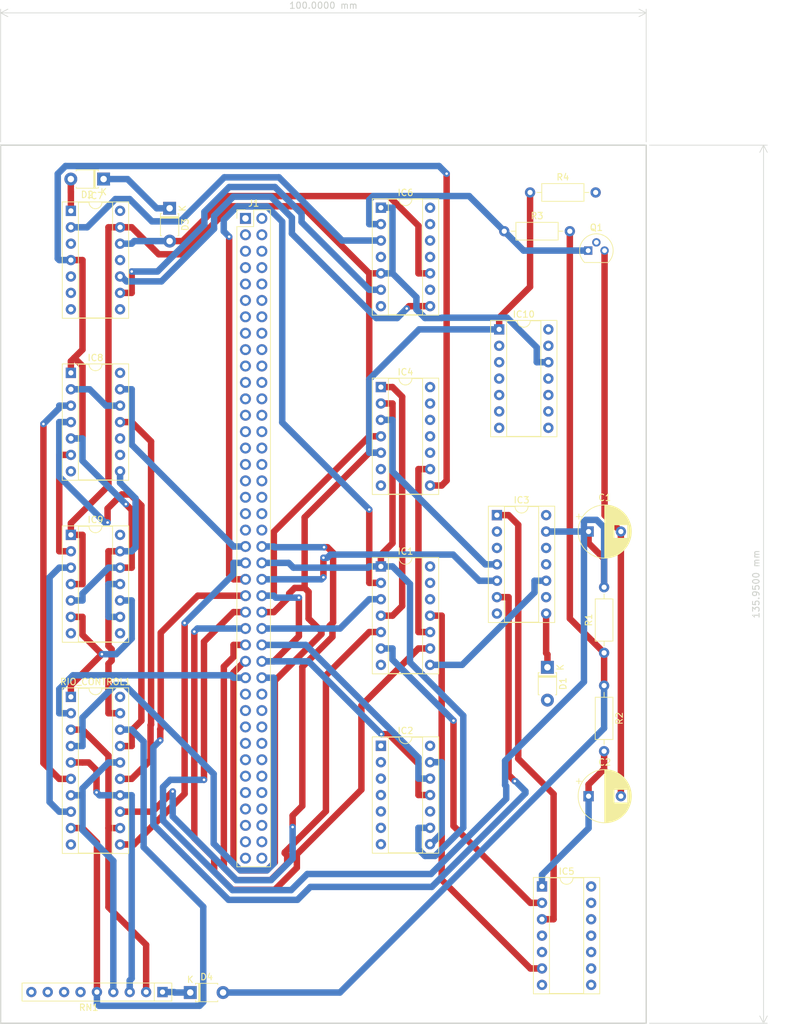
<source format=kicad_pcb>
(kicad_pcb (version 20221018) (generator pcbnew)
  (layers (0 "F.Cu" signal) (31 "B.Cu" signal) (34 "B.Paste" user) (35 "F.Paste" user) (36 "B.SilkS" user "B.Silkscreen") (37 "F.SilkS" user "F.Silkscreen") (38 "B.Mask" user) (39 "F.Mask" user) (44 "Edge.Cuts" user))
  (net 0 "")
  (net 1 "/ESP_WAIT_RESET")
  (net 2 "GND")
  (net 3 "Net-(IC5A-I0)")
  (net 4 "Net-(D1-K)")
  (net 5 "/Z80_CONTROL.WAIT")
  (net 6 "/Z80 BUS CONTROL/Z80_CONTROL.BUSRQ")
  (net 7 "/Z80 BUS CONTROL/Z80_ADD_CONNECT")
  (net 8 "/Z80 BUS CONTROL/Z80_DATA_CONNECT")
  (net 9 "Net-(D4-K)")
  (net 10 "+5V")
  (net 11 "/ESP_HARDLOCK")
  (net 12 "/!ESP_HARDLOCK")
  (net 13 "/Z80_HARDLOCK_SET")
  (net 14 "Net-(IC1B-O)")
  (net 15 "/Z80_HARDLOCK_RESET")
  (net 16 "Net-(IC1C-O)")
  (net 17 "Net-(IC1D-O)")
  (net 18 "/WAIT_IO")
  (net 19 "Net-(IC1E-O)")
  (net 20 "Net-(IC1E-I)")
  (net 21 "Net-(IC2C-O)")
  (net 22 "/Z80_CONTROL.IORQ")
  (net 23 "/PERM_Z80_IORQ")
  (net 24 "/IORQ_FILTER_BIT")
  (net 25 "/CLR_Z80_HARDLOCK")
  (net 28 "/PRE_Z80_HARDLOCK")
  (net 29 "/Z80_HARDLOCK")
  (net 30 "/!Z80_HARDLOCK")
  (net 34 "/CACHE_DATASTATUS")
  (net 35 "/CACHE CONTROL/CACHE_CONTROL.DATASTATUS+PERM_Z80_IORQ")
  (net 36 "/ESP_IOD_CONFIG")
  (net 37 "/RIO CONTROL/ESP_CONTROL.BUSRQ")
  (net 38 "/RIO CONTROL/ESP_CONTROL.MEMRQ")
  (net 39 "/RIO CONTROL/ESP_CONTROL.IORQ")
  (net 40 "/Z80 BUS CONTROL/!CACHE_DATASTATUS")
  (net 41 "Net-(IC6A-O)")
  (net 42 "/Z80 BUS CONTROL/Z80_CONTROL.RD")
  (net 43 "Net-(IC6B-O)")
  (net 44 "Net-(IC6C-O)")
  (net 45 "/Z80 BUS CONTROL/ESP_CONTROL.WR")
  (net 46 "/Z80 BUS CONTROL/Z80_BUS_CONTROL.Z80_ADD_OE")
  (net 47 "/Z80 BUS CONTROL/ESP_CONTROL.MEMRQ")
  (net 48 "/Z80 BUS CONTROL/Z80_BUS_CONTROL.Z80_ADD_DIR")
  (net 49 "/Z80 BUS CONTROL/Z80_BUS_CONTROL.Z80_DATA_DIR")
  (net 50 "/Z80 BUS CONTROL/Z80_BUS_CONTROL.Z80_DATA_OE")
  (net 51 "/RIO CONTROL/Z80_CONTROL.WR")
  (net 52 "/RIO CONTROL/Z80_WR+ESP_IOD_CONFIG")
  (net 53 "/RIO CONTROL/Z80_CONTROL.RD")
  (net 54 "Net-(IC8B-O)")
  (net 55 "/RIO CONTROL/RIO_CONTROL.ROM_RDY")
  (net 56 "/RIO CONTROL/ESP_CONTROL.ROMCS")
  (net 57 "/RIO CONTROL/Z80_CONTROL.MEMRQ")
  (net 58 "/RIO CONTROL/ROM_WR_PROTECT+Z80_WR")
  (net 59 "/ESP_ROM_WR_PROTECT")
  (net 60 "/RIO CONTROL/Z80_RD+ESP_IOD_CONFIG+PERM_Z80_IORQ")
  (net 61 "/RIO CONTROL/RIO_CONTROL.A16")
  (net 62 "/RIO CONTROL/RIO_CONTROL.CE")
  (net 63 "Net-(IC9C-I0)")
  (net 64 "/CACHE CONTROL/LOCAL_CONTROL.IORQ")
  (net 65 "/CACHE CONTROL/CACHE_CONTROL.A16")
  (net 66 "/CACHE CONTROL/Z80_CONTROL.WR")
  (net 67 "/CACHE CONTROL/LOCAL_CONTROL.WR")
  (net 68 "/CACHE CONTROL/CACHE_CONTROL.WE")
  (net 69 "/CACHE CONTROL/CACHE_CONTROL.OE")
  (net 70 "/CACHE CONTROL/Z80_CONTROL.RD")
  (net 71 "/CACHE CONTROL/LOCAL_CONTROL.RD")
  (net 72 "/CACHE CONTROL/CACHE_CONTROL.CS")
  (net 73 "/CACHE CONTROL/LOCAL_CONTROL.MEMRQ")
  (net 74 "/Logic core connectors/Z80_CONTROL.RD")
  (net 75 "/Logic core connectors/Z80_CONTROL.WR")
  (net 76 "/Logic core connectors/Z80_CONTROL.IORQ")
  (net 77 "/Logic core connectors/Z80_CONTROL.MEMRQ")
  (net 78 "/Logic core connectors/Z80_CONTROL.BUSRQ")
  (net 79 "/Logic core connectors/Z80_CONTROL.WAIT")
  (net 80 "/Logic core connectors/Z80_CONTROL.NMI")
  (net 81 "/Logic core connectors/Z80_CONTROL.ROMCS")
  (net 82 "/Logic core connectors/Z80_CONTROL.BUSACK")
  (net 83 "/Logic core connectors/Z80_CONTROL.RESET")
  (net 84 "/Logic core connectors/ESP_CONTROL.RD")
  (net 85 "/Logic core connectors/ESP_CONTROL.WR")
  (net 86 "/Logic core connectors/ESP_CONTROL.IORQ")
  (net 87 "/Logic core connectors/ESP_CONTROL.MEMRQ")
  (net 88 "/Logic core connectors/ESP_CONTROL.BUSRQ")
  (net 89 "/Logic core connectors/ESP_CONTROL.WAIT")
  (net 90 "/Logic core connectors/ESP_CONTROL.ROMCS")
  (net 91 "/Logic core connectors/ESP_CONTROL.NMI")
  (net 92 "/Logic core connectors/LOCAL_CONTROL.RD")
  (net 93 "/Logic core connectors/LOCAL_CONTROL.WR")
  (net 94 "/Logic core connectors/LOCAL_CONTROL.IORQ")
  (net 95 "/Logic core connectors/LOCAL_CONTROL.MEMRQ")
  (net 96 "/Logic core connectors/Z80_BUS_CONTROL.Z80_ADD_OE")
  (net 97 "/Logic core connectors/Z80_BUS_CONTROL.Z80_ADD_DIR")
  (net 98 "/Logic core connectors/Z80_BUS_CONTROL.Z80_DATA_DIR")
  (net 99 "/Logic core connectors/Z80_BUS_CONTROL.Z80_DATA_OE")
  (net 100 "/Logic core connectors/CACHE_CONTROL.DATASTATUS+PERM_Z80_IORQ")
  (net 101 "/Logic core connectors/CACHE_CONTROL.A16")
  (net 102 "/Logic core connectors/CACHE_CONTROL.WE")
  (net 103 "/Logic core connectors/CACHE_CONTROL.OE")
  (net 104 "/Logic core connectors/CACHE_CONTROL.CS")
  (net 105 "/Logic core connectors/RIO_CONTROL.A14")
  (net 106 "/Logic core connectors/RIO_CONTROL.A15")
  (net 107 "/Logic core connectors/RIO_CONTROL.WE")
  (net 108 "/Logic core connectors/RIO_CONTROL.OE")
  (net 114 "/ESP_ROMSEL_0")
  (net 115 "/ESP_ROMSEL_1")
  (net 116 "/Z80_A15")
  (net 117 "/Z80_A14")
  (net 140 "Net-(Q1-B)")
  (net 141 "/RIO CONTROL/RIO_CONTROL.OE")
  (net 142 "/RIO CONTROL/RIO_CONTROL.WE")
  (net 143 "/RIO CONTROL/RIO_CONTROL.A15")
  (net 144 "/RIO CONTROL/RIO_CONTROL.A14")
  (footprint "Resistor_THT:R_Array_SIP9" (layer "F.Cu") (at 74.775 180.175 180)
    (fp_text reference "RN1")
    (fp_text value "4609M-101-103LF")
  )
  (footprint "Package_DIP:DIP-14_W7.62mm_Socket" (layer "F.Cu") (at 60.58 59.225)
    (fp_text reference "IC7")
    (fp_text value "7432N")
  )
  (footprint "Connector_PinHeader_2.54mm:PinHeader_2x40_P2.54mm_Vertical" (layer "F.Cu") (at 87.625 60.39)
    (fp_text reference "J1")
    (fp_text value "Logic core connector")
  )
  (footprint "Package_DIP:DIP-14_W7.62mm_Socket" (layer "F.Cu") (at 126.925 77.575)
    (fp_text reference "IC10")
    (fp_text value "7408N")
  )
  (footprint "Package_DIP:DIP-20_W7.62mm_Socket" (layer "F.Cu") (at 60.58 134.47)
    (fp_text reference "RIO_CONTROL1")
    (fp_text value "74244N")
  )
  (footprint "Resistor_THT:R_Axial_DIN0207_L6.3mm_D2.5mm_P10.16mm_Horizontal" (layer "F.Cu") (at 127.71 62.375)
    (fp_text reference "R3")
    (fp_text value "1K")
  )
  (footprint "Package_DIP:DIP-14_W7.62mm_Socket" (layer "F.Cu") (at 108.6 86.51)
    (fp_text reference "IC4")
    (fp_text value "7432N")
  )
  (footprint "Package_DIP:DIP-14_W7.62mm_Socket" (layer "F.Cu") (at 60.58 84.3067)
    (fp_text reference "IC8")
    (fp_text value "7432N")
  )
  (footprint "Resistor_THT:R_Axial_DIN0207_L6.3mm_D2.5mm_P10.16mm_Horizontal" (layer "F.Cu") (at 131.71 56.375)
    (fp_text reference "R4")
    (fp_text value "1K")
  )
  (footprint "Resistor_THT:R_Axial_DIN0207_L6.3mm_D2.5mm_P10.16mm_Horizontal" (layer "F.Cu") (at 143.1777 127.655 90)
    (fp_text reference "R1")
    (fp_text value "22K")
  )
  (footprint "Diode_THT:D_T-1_P5.08mm_Horizontal" (layer "F.Cu") (at 79.07 180.25)
    (fp_text reference "D4")
    (fp_text value "1N4148")
  )
  (footprint "Diode_THT:D_T-1_P5.08mm_Horizontal" (layer "F.Cu") (at 134.4 129.9 -90)
    (fp_text reference "D1")
    (fp_text value "1N4148")
  )
  (footprint "Package_TO_SOT_THT:TO-92" (layer "F.Cu") (at 140.71 65.375)
    (fp_text reference "Q1")
    (fp_text value "2N2222 (BC337)")
  )
  (footprint "Capacitor_THT:CP_Radial_D8.0mm_P5.00mm" (layer "F.Cu") (at 140.775 149.85)
    (fp_text reference "C2")
    (fp_text value "10UF")
  )
  (footprint "Package_DIP:DIP-14_W7.62mm_Socket" (layer "F.Cu") (at 133.555 163.825)
    (fp_text reference "IC5")
    (fp_text value "7408N")
  )
  (footprint "Package_DIP:DIP-14_W7.62mm_Socket" (layer "F.Cu") (at 60.58 109.3883)
    (fp_text reference "IC9")
    (fp_text value "7408N")
  )
  (footprint "Diode_THT:D_T-1_P5.08mm_Horizontal" (layer "F.Cu") (at 65.65 54.3 180)
    (fp_text reference "D2")
    (fp_text value "1N4148")
  )
  (footprint "Package_DIP:DIP-14_W7.62mm_Socket" (layer "F.Cu") (at 108.6 142.05)
    (fp_text reference "IC2")
    (fp_text value "7432N")
  )
  (footprint "Package_DIP:DIP-14_W7.62mm_Socket" (layer "F.Cu") (at 108.6 114.28)
    (fp_text reference "IC1")
    (fp_text value "7404N")
  )
  (footprint "Package_DIP:DIP-14_W7.62mm_Socket" (layer "F.Cu") (at 126.58 106.335)
    (fp_text reference "IC3")
    (fp_text value "7474N")
  )
  (footprint "Resistor_THT:R_Axial_DIN0207_L6.3mm_D2.5mm_P10.16mm_Horizontal" (layer "F.Cu") (at 143.1777 132.725 -90)
    (fp_text reference "R2")
    (fp_text value "22K")
  )
  (footprint "Diode_THT:D_T-1_P5.08mm_Horizontal" (layer "F.Cu") (at 75.875 58.825 -90)
    (fp_text reference "D3")
    (fp_text value "1N4148")
  )
  (footprint "Capacitor_THT:CP_Radial_D8.0mm_P5.00mm" (layer "F.Cu") (at 140.775 108.875)
    (fp_text reference "C1")
    (fp_text value "10UF")
  )
  (footprint "Package_DIP:DIP-14_W7.62mm_Socket" (layer "F.Cu") (at 108.6 58.74)
    (fp_text reference "IC6")
    (fp_text value "7432N")
  )
  (gr_rect (start 49.7 49.05) (end 149.7 185) (stroke (width 0.2)) (fill none) (layer "Edge.Cuts"))
  (dimension (type aligned) (layer "Edge.Cuts") (pts (xy 149.7 49.05) (xy 149.7 185)) (height -18.175) (gr_text "135.9500 mm" (at 166.725 117.025 90) (layer "Edge.Cuts") (effects (font (size 1 1) (thickness 0.15)))) (format (prefix "") (suffix "") (units 3) (units_format 1) (precision 4)) (style (thickness 0.1) (arrow_length 1.27) (text_position_mode 0) (extension_height 0.58642) (extension_offset 0.5) keep_text_aligned))
  (dimension (type aligned) (layer "Edge.Cuts") (pts (xy 49.7 49.05) (xy 149.7 49.05)) (height -20.475) (gr_text "100.0000 mm" (at 99.7 27.425) (layer "Edge.Cuts") (effects (font (size 1 1) (thickness 0.15)))) (format (prefix "") (suffix "") (units 3) (units_format 1) (precision 4)) (style (thickness 0.1) (arrow_length 1.27) (text_position_mode 0) (extension_height 0.58642) (extension_offset 0.5) keep_text_aligned))
  (segment (start 87.625 121.35) (end 85.7749 121.35) (width 1) (layer "F.Cu") (net 1))
  (segment (start 140.775 108.875) (end 140.775 110.6751) (width 1) (layer "F.Cu") (net 1))
  (segment (start 81.1997 147.3166) (end 81.1997 125.9252) (width 1) (layer "F.Cu") (net 1))
  (segment (start 81.1997 125.9252) (end 85.7749 121.35) (width 1) (layer "F.Cu") (net 1))
  (segment (start 140.775 110.6751) (end 143.1777 113.0778) (width 1) (layer "F.Cu") (net 1))
  (segment (start 143.1777 113.0778) (end 143.1777 117.495) (width 1) (layer "F.Cu") (net 1))
  (via (at 81.1997 147.3166) (size 1) (drill 0.4) (layers "F.Cu" "B.Cu") (net 1))
  (segment (start 140.0578 132.1509) (end 127.841 144.3677) (width 1) (layer "B.Cu") (net 1))
  (segment (start 128.0165 148.3113) (end 128.0165 150.2453) (width 1) (layer "B.Cu") (net 1))
  (segment (start 143.1777 108.2332) (end 142.0139 107.0694) (width 1) (layer "B.Cu") (net 1))
  (segment (start 128.0165 150.2453) (end 116.3618 161.9) (width 1) (layer "B.Cu") (net 1))
  (segment (start 140.775 108.875) (end 134.2 108.875) (width 1) (layer "B.Cu") (net 1))
  (segment (start 140.0578 107.3622) (end 140.0578 132.1509) (width 1) (layer "B.Cu") (net 1))
  (segment (start 97.1955 161.9) (end 94.7046 164.3909) (width 1) (layer "B.Cu") (net 1))
  (segment (start 127.841 148.1358) (end 128.0165 148.3113) (width 1) (layer "B.Cu") (net 1))
  (segment (start 140.3506 107.0694) (end 140.0578 107.3622) (width 1) (layer "B.Cu") (net 1))
  (segment (start 94.7046 164.3909) (end 85.6182 164.3909) (width 1) (layer "B.Cu") (net 1))
  (segment (start 74.8517 148.4336) (end 75.9687 147.3166) (width 1) (layer "B.Cu") (net 1))
  (segment (start 127.841 144.3677) (end 127.841 148.1358) (width 1) (layer "B.Cu") (net 1))
  (segment (start 143.1777 117.495) (end 143.1777 108.2332) (width 1) (layer "B.Cu") (net 1))
  (segment (start 74.8517 153.6244) (end 74.8517 148.4336) (width 1) (layer "B.Cu") (net 1))
  (segment (start 142.0139 107.0694) (end 140.3506 107.0694) (width 1) (layer "B.Cu") (net 1))
  (segment (start 116.3618 161.9) (end 97.1955 161.9) (width 1) (layer "B.Cu") (net 1))
  (segment (start 85.6182 164.3909) (end 74.8517 153.6244) (width 1) (layer "B.Cu") (net 1))
  (segment (start 75.9687 147.3166) (end 81.1997 147.3166) (width 1) (layer "B.Cu") (net 1))
  (segment (start 143.25 106.35) (end 143.25 65.375) (width 1) (layer "F.Cu") (net 2))
  (segment (start 145.775 108.875) (end 145.775 149.85) (width 1) (layer "F.Cu") (net 2))
  (segment (start 145.775 108.875) (end 143.25 106.35) (width 1) (layer "F.Cu") (net 2))
  (segment (start 143.1777 145.6472) (end 143.1777 142.885) (width 1) (layer "F.Cu") (net 3))
  (segment (start 140.775 149.85) (end 140.775 148.0499) (width 1) (layer "F.Cu") (net 3))
  (segment (start 140.775 148.0499) (end 143.1777 145.6472) (width 1) (layer "F.Cu") (net 3))
  (segment (start 133.555 163.825) (end 133.555 162.0249) (width 1) (layer "B.Cu") (net 3))
  (segment (start 140.775 154.8049) (end 140.775 149.85) (width 1) (layer "B.Cu") (net 3))
  (segment (start 133.555 162.0249) (end 140.775 154.8049) (width 1) (layer "B.Cu") (net 3))
  (segment (start 134.2 127.6999) (end 134.2 121.575) (width 1) (layer "F.Cu") (net 4))
  (segment (start 134.4 129.9) (end 134.4 127.8999) (width 1) (layer "F.Cu") (net 4))
  (segment (start 134.4 127.8999) (end 134.2 127.6999) (width 1) (layer "F.Cu") (net 4))
  (segment (start 75.875 58.825) (end 73.8749 58.825) (width 1) (layer "B.Cu") (net 6))
  (segment (start 65.65 54.3) (end 69.3499 54.3) (width 1) (layer "B.Cu") (net 6))
  (segment (start 69.3499 54.3) (end 73.8749 58.825) (width 1) (layer "B.Cu") (net 6))
  (segment (start 60.58 56.3101) (end 60.58 59.225) (width 1) (layer "F.Cu") (net 7))
  (segment (start 60.57 56.3001) (end 60.58 56.3101) (width 1) (layer "F.Cu") (net 7))
  (segment (start 60.57 54.3) (end 60.57 56.3001) (width 1) (layer "F.Cu") (net 7))
  (segment (start 114.4199 61.5321) (end 114.4199 68.9) (width 1) (layer "F.Cu") (net 8))
  (segment (start 84.8403 56.9398) (end 109.8276 56.9398) (width 1) (layer "F.Cu") (net 8))
  (segment (start 75.875 63.905) (end 77.8751 63.905) (width 1) (layer "F.Cu") (net 8))
  (segment (start 77.8751 63.905) (end 84.8403 56.9398) (width 1) (layer "F.Cu") (net 8))
  (segment (start 116.22 68.9) (end 114.4199 68.9) (width 1) (layer "F.Cu") (net 8))
  (segment (start 109.8276 56.9398) (end 114.4199 61.5321) (width 1) (layer "F.Cu") (net 8))
  (segment (start 70.4001 63.905) (end 70.0001 64.305) (width 1) (layer "B.Cu") (net 8))
  (segment (start 75.875 63.905) (end 70.4001 63.905) (width 1) (layer "B.Cu") (net 8))
  (segment (start 68.2 64.305) (end 70.0001 64.305) (width 1) (layer "B.Cu") (net 8))
  (segment (start 79.07 180.25) (end 76.6501 180.25) (width 1) (layer "B.Cu") (net 9))
  (segment (start 76.6501 180.25) (end 76.5751 180.175) (width 1) (layer "B.Cu") (net 9))
  (segment (start 74.775 180.175) (end 76.5751 180.175) (width 1) (layer "B.Cu") (net 9))
  (segment (start 137.87 122.3473) (end 137.87 62.375) (width 1) (layer "F.Cu") (net 10))
  (segment (start 143.1777 127.655) (end 137.87 122.3473) (width 1) (layer "F.Cu") (net 10))
  (segment (start 143.1777 132.725) (end 143.1777 127.655) (width 1) (layer "F.Cu") (net 10))
  (segment (start 102.2546 180.25) (end 143.1777 139.3269) (width 1) (layer "B.Cu") (net 10))
  (segment (start 84.15 180.25) (end 102.2546 180.25) (width 1) (layer "B.Cu") (net 10))
  (segment (start 143.1777 139.3269) (end 143.1777 132.725) (width 1) (layer "B.Cu") (net 10))
  (segment (start 110.4001 110.6798) (end 108.6 112.4799) (width 1) (layer "F.Cu") (net 11))
  (segment (start 108.6 114.28) (end 108.6 112.4799) (width 1) (layer "F.Cu") (net 11))
  (segment (start 110.4001 89.05) (end 110.4001 110.6798) (width 1) (layer "F.Cu") (net 11))
  (segment (start 108.6 89.05) (end 110.4001 89.05) (width 1) (layer "F.Cu") (net 11))
  (segment (start 108.6 114.28) (end 110.4001 114.28) (width 1) (layer "B.Cu") (net 11))
  (segment (start 113.1097 116.9896) (end 110.4001 114.28) (width 1) (layer "B.Cu") (net 11))
  (segment (start 94.3188 113.73) (end 90.165 113.73) (width 1) (layer "B.Cu") (net 11))
  (segment (start 106.613 114.4669) (end 95.0557 114.4669) (width 1) (layer "B.Cu") (net 11))
  (segment (start 108.6 114.28) (end 106.7999 114.28) (width 1) (layer "B.Cu") (net 11))
  (segment (start 115.4386 159.1027) (end 116.9977 159.1027) (width 1) (layer "B.Cu") (net 11))
  (segment (start 121.3627 137.3763) (end 113.1097 129.1233) (width 1) (layer "B.Cu") (net 11))
  (segment (start 114.4199 158.084) (end 115.4386 159.1027) (width 1) (layer "B.Cu") (net 11))
  (segment (start 116.22 154.75) (end 114.4199 154.75) (width 1) (layer "B.Cu") (net 11))
  (segment (start 121.3627 154.7377) (end 121.3627 137.3763) (width 1) (layer "B.Cu") (net 11))
  (segment (start 106.7999 114.28) (end 106.613 114.4669) (width 1) (layer "B.Cu") (net 11))
  (segment (start 113.1097 129.1233) (end 113.1097 116.9896) (width 1) (layer "B.Cu") (net 11))
  (segment (start 95.0557 114.4669) (end 94.3188 113.73) (width 1) (layer "B.Cu") (net 11))
  (segment (start 114.4199 154.75) (end 114.4199 158.084) (width 1) (layer "B.Cu") (net 11))
  (segment (start 116.9977 159.1027) (end 121.3627 154.7377) (width 1) (layer "B.Cu") (net 11))
  (segment (start 87.625 116.27) (end 85.7749 116.27) (width 1) (layer "F.Cu") (net 12))
  (segment (start 108.6 116.82) (end 106.7999 116.82) (width 1) (layer "F.Cu") (net 12))
  (segment (start 85.0971 63.2271) (end 85.0971 115.5922) (width 1) (layer "F.Cu") (net 12))
  (segment (start 85.0971 115.5922) (end 85.7749 116.27) (width 1) (layer "F.Cu") (net 12))
  (segment (start 106.7999 116.82) (end 106.7999 105.4672) (width 1) (layer "F.Cu") (net 12))
  (via (at 106.7999 105.4672) (size 1) (drill 0.4) (layers "F.Cu" "B.Cu") (net 12))
  (via (at 85.0971 63.2271) (size 1) (drill 0.4) (layers "F.Cu" "B.Cu") (net 12))
  (segment (start 93.3178 60.9015) (end 93.3178 91.9851) (width 1) (layer "B.Cu") (net 12))
  (segment (start 86.3535 58.5323) (end 90.9486 58.5323) (width 1) (layer "B.Cu") (net 12))
  (segment (start 90.9486 58.5323) (end 93.3178 60.9015) (width 1) (layer "B.Cu") (net 12))
  (segment (start 84.2595 60.6263) (end 86.3535 58.5323) (width 1) (layer "B.Cu") (net 12))
  (segment (start 93.3178 91.9851) (end 106.7999 105.4672) (width 1) (layer "B.Cu") (net 12))
  (segment (start 85.0971 63.2271) (end 84.2595 62.3895) (width 1) (layer "B.Cu") (net 12))
  (segment (start 84.2595 62.3895) (end 84.2595 60.6263) (width 1) (layer "B.Cu") (net 12))
  (segment (start 108.6 119.36) (end 106.7999 119.36) (width 1) (layer "B.Cu") (net 13))
  (segment (start 106.7999 119.36) (end 102.2699 123.89) (width 1) (layer "B.Cu") (net 13))
  (segment (start 102.2699 123.89) (end 90.165 123.89) (width 1) (layer "B.Cu") (net 13))
  (segment (start 111.9002 88.0101) (end 110.4001 86.51) (width 1) (layer "F.Cu") (net 14))
  (segment (start 111.9002 120.3999) (end 111.9002 88.0101) (width 1) (layer "F.Cu") (net 14))
  (segment (start 110.4001 121.9) (end 111.9002 120.3999) (width 1) (layer "F.Cu") (net 14))
  (segment (start 108.6 121.9) (end 110.4001 121.9) (width 1) (layer "F.Cu") (net 14))
  (segment (start 108.6 86.51) (end 110.4001 86.51) (width 1) (layer "F.Cu") (net 14))
  (segment (start 93.728 158.6313) (end 93.728 158.5334) (width 1) (layer "F.Cu") (net 15))
  (segment (start 91.5381 162.8447) (end 94.0884 160.2944) (width 1) (layer "F.Cu") (net 15))
  (segment (start 93.698 158.6613) (end 93.728 158.6313) (width 1) (layer "F.Cu") (net 15))
  (segment (start 94.0884 159.0518) (end 93.698 158.6613) (width 1) (layer "F.Cu") (net 15))
  (segment (start 100.0889 152.1725) (end 100.0889 131.1509) (width 1) (layer "F.Cu") (net 15))
  (segment (start 108.6 124.44) (end 106.7999 124.44) (width 1) (layer "F.Cu") (net 15))
  (segment (start 100.089 131.1509) (end 106.7999 124.44) (width 1) (layer "F.Cu") (net 15))
  (segment (start 94.0884 160.2944) (end 94.0884 159.0518) (width 1) (layer "F.Cu") (net 15))
  (segment (start 84.2748 129.7885) (end 84.2748 160.8988) (width 1) (layer "F.Cu") (net 15))
  (segment (start 85.7749 128.2884) (end 84.2748 129.7885) (width 1) (layer "F.Cu") (net 15))
  (segment (start 85.7749 126.43) (end 85.7749 128.2884) (width 1) (layer "F.Cu") (net 15))
  (segment (start 100.0889 131.1509) (end 100.089 131.1509) (width 1) (layer "F.Cu") (net 15))
  (segment (start 86.2207 162.8447) (end 91.5381 162.8447) (width 1) (layer "F.Cu") (net 15))
  (segment (start 87.625 126.43) (end 85.7749 126.43) (width 1) (layer "F.Cu") (net 15))
  (segment (start 93.728 158.5334) (end 100.0889 152.1725) (width 1) (layer "F.Cu") (net 15))
  (segment (start 84.2748 160.8988) (end 86.2207 162.8447) (width 1) (layer "F.Cu") (net 15))
  (segment (start 131.7549 166.365) (end 119.8463 154.4564) (width 1) (layer "F.Cu") (net 16))
  (segment (start 133.555 166.365) (end 131.7549 166.365) (width 1) (layer "F.Cu") (net 16))
  (segment (start 119.8463 154.4564) (end 119.8463 138.1494) (width 1) (layer "F.Cu") (net 16))
  (via (at 119.8463 138.1494) (size 1) (drill 0.4) (layers "F.Cu" "B.Cu") (net 16))
  (segment (start 110.4001 128.7032) (end 119.8463 138.1494) (width 1) (layer "B.Cu") (net 16))
  (segment (start 110.4001 126.98) (end 110.4001 128.7032) (width 1) (layer "B.Cu") (net 16))
  (segment (start 108.6 126.98) (end 110.4001 126.98) (width 1) (layer "B.Cu") (net 16))
  (segment (start 116.22 129.52) (end 121.1872 129.52) (width 1) (layer "B.Cu") (net 17))
  (segment (start 132.3999 118.3073) (end 132.3999 116.495) (width 1) (layer "B.Cu") (net 17))
  (segment (start 134.2 116.495) (end 132.3999 116.495) (width 1) (layer "B.Cu") (net 17))
  (segment (start 121.1872 129.52) (end 132.3999 118.3073) (width 1) (layer "B.Cu") (net 17))
  (segment (start 79.6996 124.3695) (end 79.6996 156.349) (width 1) (layer "F.Cu") (net 18))
  (segment (start 82.7747 161.5201) (end 85.5994 164.3448) (width 1) (layer "F.Cu") (net 18))
  (segment (start 105.5814 135.8185) (end 114.4199 126.98) (width 1) (layer "F.Cu") (net 18))
  (segment (start 95.5885 160.9157) (end 95.5885 158.8331) (width 1) (layer "F.Cu") (net 18))
  (segment (start 95.5885 158.8331) (end 105.5814 148.8402) (width 1) (layer "F.Cu") (net 18))
  (segment (start 85.5994 164.3448) (end 92.1594 164.3448) (width 1) (layer "F.Cu") (net 18))
  (segment (start 116.22 126.98) (end 114.4199 126.98) (width 1) (layer "F.Cu") (net 18))
  (segment (start 79.6996 156.349) (end 82.7747 159.4241) (width 1) (layer "F.Cu") (net 18))
  (segment (start 92.1594 164.3448) (end 95.5885 160.9157) (width 1) (layer "F.Cu") (net 18))
  (segment (start 82.7747 159.4241) (end 82.7747 161.5201) (width 1) (layer "F.Cu") (net 18))
  (segment (start 105.5814 148.8402) (end 105.5814 135.8185) (width 1) (layer "F.Cu") (net 18))
  (via (at 79.6996 124.3695) (size 1) (drill 0.4) (layers "F.Cu" "B.Cu") (net 18))
  (segment (start 85.7749 123.89) (end 80.1791 123.89) (width 1) (layer "B.Cu") (net 18))
  (segment (start 87.625 123.89) (end 85.7749 123.89) (width 1) (layer "B.Cu") (net 18))
  (segment (start 80.1791 123.89) (end 79.6996 124.3695) (width 1) (layer "B.Cu") (net 18))
  (segment (start 116.22 99.21) (end 114.4199 99.21) (width 1) (layer "F.Cu") (net 19))
  (segment (start 116.22 124.44) (end 114.4199 124.44) (width 1) (layer "F.Cu") (net 19))
  (segment (start 114.4199 124.44) (end 114.4199 99.21) (width 1) (layer "F.Cu") (net 19))
  (segment (start 116.22 121.9) (end 118.0201 121.9) (width 1) (layer "F.Cu") (net 20))
  (segment (start 133.555 176.525) (end 131.7549 176.525) (width 1) (layer "F.Cu") (net 20))
  (segment (start 118.0201 162.7902) (end 131.7549 176.525) (width 1) (layer "F.Cu") (net 20))
  (segment (start 118.0201 121.9) (end 118.0201 162.7902) (width 1) (layer "F.Cu") (net 20))
  (segment (start 118.0201 144.59) (end 118.0201 155.6071) (width 1) (layer "B.Cu") (net 21))
  (segment (start 116.3372 157.29) (end 116.22 157.29) (width 1) (layer "B.Cu") (net 21))
  (segment (start 118.0201 155.6071) (end 116.3372 157.29) (width 1) (layer "B.Cu") (net 21))
  (segment (start 116.22 144.59) (end 118.0201 144.59) (width 1) (layer "B.Cu") (net 21))
  (segment (start 108.6 94.13) (end 106.7999 94.13) (width 1) (layer "F.Cu") (net 23))
  (segment (start 74.1813 65.9462) (end 77.9555 65.9462) (width 1) (layer "F.Cu") (net 23))
  (segment (start 77.9555 65.9462) (end 85.3896 58.5121) (width 1) (layer "F.Cu") (net 23))
  (segment (start 114.4199 149.67) (end 114.4199 144.8555) (width 1) (layer "F.Cu") (net 23))
  (segment (start 90.165 118.81) (end 92.0151 118.81) (width 1) (layer "F.Cu") (net 23))
  (segment (start 66.3999 101.7683) (end 60.58 107.5882) (width 1) (layer "F.Cu") (net 23))
  (segment (start 114.4199 144.8555) (end 109.8142 140.2498) (width 1) (layer "F.Cu") (net 23))
  (segment (start 67.6725 61.765) (end 68.2 61.765) (width 1) (layer "F.Cu") (net 23))
  (segment (start 85.3896 58.5121) (end 96.412 58.5121) (width 1) (layer "F.Cu") (net 23))
  (segment (start 106.7999 68.9) (end 106.7999 94.13) (width 1) (layer "F.Cu") (net 23))
  (segment (start 92.0151 108.9148) (end 92.0151 118.81) (width 1) (layer "F.Cu") (net 23))
  (segment (start 106.7999 94.13) (end 92.0151 108.9148) (width 1) (layer "F.Cu") (net 23))
  (segment (start 108.6 68.9) (end 106.7999 68.9) (width 1) (layer "F.Cu") (net 23))
  (segment (start 116.22 149.67) (end 114.4199 149.67) (width 1) (layer "F.Cu") (net 23))
  (segment (start 62.3801 117.0083) (end 62.3801 109.3883) (width 1) (layer "F.Cu") (net 23))
  (segment (start 109.8142 140.2498) (end 108.6672 140.2498) (width 1) (layer "F.Cu") (net 23))
  (segment (start 95.902 125.0831) (end 92.0151 128.97) (width 1) (layer "F.Cu") (net 23))
  (segment (start 68.2 61.765) (end 70.0001 61.765) (width 1) (layer "F.Cu") (net 23))
  (segment (start 70.0001 61.765) (end 74.1813 65.9462) (width 1) (layer "F.Cu") (net 23))
  (segment (start 60.58 109.3883) (end 60.58 107.5882) (width 1) (layer "F.Cu") (net 23))
  (segment (start 95.902 119.1121) (end 95.902 125.0831) (width 1) (layer "F.Cu") (net 23))
  (segment (start 66.3999 61.765) (end 66.3999 101.7683) (width 1) (layer "F.Cu") (net 23))
  (segment (start 60.58 109.3883) (end 62.3801 109.3883) (width 1) (layer "F.Cu") (net 23))
  (segment (start 96.412 58.5121) (end 106.7999 68.9) (width 1) (layer "F.Cu") (net 23))
  (segment (start 90.165 128.97) (end 92.0151 128.97) (width 1) (layer "F.Cu") (net 23))
  (segment (start 67.6725 61.765) (end 66.3999 61.765) (width 1) (layer "F.Cu") (net 23))
  (segment (start 60.58 117.0083) (end 62.3801 117.0083) (width 1) (layer "F.Cu") (net 23))
  (via (at 95.902 119.1121) (size 1) (drill 0.4) (layers "F.Cu" "B.Cu") (net 23))
  (via (at 108.6672 140.2498) (size 1) (drill 0.4) (layers "F.Cu" "B.Cu") (net 23))
  (segment (start 108.6 68.9) (end 110.4001 68.9) (width 1) (layer "B.Cu") (net 23))
  (segment (start 95.902 119.1121) (end 92.3172 119.1121) (width 1) (layer "B.Cu") (net 23))
  (segment (start 97.3874 128.97) (end 108.6672 140.2498) (width 1) (layer "B.Cu") (net 23))
  (segment (start 128.1416 75.7652) (end 118.1026 75.7652) (width 1) (layer "B.Cu") (net 23))
  (segment (start 90.165 118.81) (end 92.0151 118.81) (width 1) (layer "B.Cu") (net 23))
  (segment (start 114.1037 72.6036) (end 110.4001 68.9) (width 1) (layer "B.Cu") (net 23))
  (segment (start 132.7449 82.655) (end 132.7449 80.3685) (width 1) (layer "B.Cu") (net 23))
  (segment (start 114.1037 74.4871) (end 114.1037 72.6036) (width 1) (layer "B.Cu") (net 23))
  (segment (start 132.7449 80.3685) (end 128.1416 75.7652) (width 1) (layer "B.Cu") (net 23))
  (segment (start 118.1026 75.7652) (end 118.0503 75.8175) (width 1) (layer "B.Cu") (net 23))
  (segment (start 90.165 128.97) (end 97.3874 128.97) (width 1) (layer "B.Cu") (net 23))
  (segment (start 92.3172 119.1121) (end 92.0151 118.81) (width 1) (layer "B.Cu") (net 23))
  (segment (start 118.0503 75.8175) (end 115.4341 75.8175) (width 1) (layer "B.Cu") (net 23))
  (segment (start 115.4341 75.8175) (end 114.1037 74.4871) (width 1) (layer "B.Cu") (net 23))
  (segment (start 134.545 82.655) (end 132.7449 82.655) (width 1) (layer "B.Cu") (net 23))
  (segment (start 108.6 58.74) (end 110.4001 58.74) (width 1) (layer "B.Cu") (net 23))
  (segment (start 110.4001 68.9) (end 110.4001 58.74) (width 1) (layer "B.Cu") (net 23))
  (segment (start 114.4199 143.881) (end 96.9689 126.43) (width 1) (layer "B.Cu") (net 24))
  (segment (start 114.4199 147.13) (end 114.4199 143.881) (width 1) (layer "B.Cu") (net 24))
  (segment (start 96.9689 126.43) (end 90.165 126.43) (width 1) (layer "B.Cu") (net 24))
  (segment (start 116.22 147.13) (end 114.4199 147.13) (width 1) (layer "B.Cu") (net 24))
  (segment (start 133.555 168.905) (end 135.3551 168.905) (width 1) (layer "F.Cu") (net 25))
  (segment (start 129.8802 144.0537) (end 129.8802 107.8351) (width 1) (layer "F.Cu") (net 25))
  (segment (start 129.8802 107.8351) (end 128.3801 106.335) (width 1) (layer "F.Cu") (net 25))
  (segment (start 135.3551 168.905) (end 135.3551 149.5286) (width 1) (layer "F.Cu") (net 25))
  (segment (start 135.3551 149.5286) (end 129.8802 144.0537) (width 1) (layer "F.Cu") (net 25))
  (segment (start 126.58 106.335) (end 128.3801 106.335) (width 1) (layer "F.Cu") (net 25))
  (segment (start 108.6 91.59) (end 110.4001 91.59) (width 1) (layer "B.Cu") (net 28))
  (segment (start 110.4001 99.5752) (end 110.4001 91.59) (width 1) (layer "B.Cu") (net 28))
  (segment (start 124.7799 113.955) (end 110.4001 99.5752) (width 1) (layer "B.Cu") (net 28))
  (segment (start 126.58 113.955) (end 124.7799 113.955) (width 1) (layer "B.Cu") (net 28))
  (segment (start 99.7008 112.933) (end 99.7008 115.967) (width 1) (layer "F.Cu") (net 29))
  (via (at 99.7008 112.933) (size 1) (drill 0.4) (layers "F.Cu" "B.Cu") (net 29))
  (via (at 99.7008 115.967) (size 1) (drill 0.4) (layers "F.Cu" "B.Cu") (net 29))
  (segment (start 99.3978 116.27) (end 99.7008 115.967) (width 1) (layer "B.Cu") (net 29))
  (segment (start 119.7888 112.444) (end 123.8398 116.495) (width 1) (layer "B.Cu") (net 29))
  (segment (start 100.781 112.444) (end 119.7888 112.444) (width 1) (layer "B.Cu") (net 29))
  (segment (start 90.165 116.27) (end 99.3978 116.27) (width 1) (layer "B.Cu") (net 29))
  (segment (start 99.7008 112.933) (end 100.292 112.933) (width 1) (layer "B.Cu") (net 29))
  (segment (start 123.8398 116.495) (end 126.58 116.495) (width 1) (layer "B.Cu") (net 29))
  (segment (start 100.292 112.933) (end 100.781 112.444) (width 1) (layer "B.Cu") (net 29))
  (segment (start 128.3801 119.035) (end 128.3801 146.5535) (width 1) (layer "F.Cu") (net 30))
  (segment (start 74.4244 139.4703) (end 74.4243 139.4703) (width 1) (layer "F.Cu") (net 30))
  (segment (start 80.237 118.81) (end 74.5005 124.5465) (width 1) (layer "F.Cu") (net 30))
  (segment (start 126.58 119.035) (end 128.3801 119.035) (width 1) (layer "F.Cu") (net 30))
  (segment (start 74.4243 139.4703) (end 74.4243 141.2071) (width 1) (layer "F.Cu") (net 30))
  (segment (start 74.5005 124.5465) (end 74.5005 139.3942) (width 1) (layer "F.Cu") (net 30))
  (segment (start 128.3801 146.5535) (end 129.3411 147.5145) (width 1) (layer "F.Cu") (net 30))
  (segment (start 74.5005 139.3942) (end 74.4244 139.4703) (width 1) (layer "F.Cu") (net 30))
  (segment (start 87.625 118.81) (end 80.237 118.81) (width 1) (layer "F.Cu") (net 30))
  (via (at 74.4243 141.2071) (size 1) (drill 0.4) (layers "F.Cu" "B.Cu") (net 30))
  (via (at 129.3411 147.5145) (size 1) (drill 0.4) (layers "F.Cu" "B.Cu") (net 30))
  (segment (start 95.6695 165.9018) (end 85.0075 165.9018) (width 1) (layer "B.Cu") (net 30))
  (segment (start 130.9857 149.3975) (end 116.4878 163.8954) (width 1) (layer "B.Cu") (net 30))
  (segment (start 130.9857 149.0713) (end 130.9857 149.3975) (width 1) (layer "B.Cu") (net 30))
  (segment (start 129.4289 147.5145) (end 130.9857 149.0713) (width 1) (layer "B.Cu") (net 30))
  (segment (start 116.4878 163.8954) (end 97.6759 163.8954) (width 1) (layer "B.Cu") (net 30))
  (segment (start 129.3411 147.5145) (end 129.4289 147.5145) (width 1) (layer "B.Cu") (net 30))
  (segment (start 97.6759 163.8954) (end 95.6695 165.9018) (width 1) (layer "B.Cu") (net 30))
  (segment (start 73.3516 142.2798) (end 74.4243 141.2071) (width 1) (layer "B.Cu") (net 30))
  (segment (start 85.0075 165.9018) (end 73.3516 154.2459) (width 1) (layer "B.Cu") (net 30))
  (segment (start 73.3516 154.2459) (end 73.3516 142.2798) (width 1) (layer "B.Cu") (net 30))
  (segment (start 94.4019 118.9632) (end 94.4019 118.4543) (width 1) (layer "F.Cu") (net 34))
  (segment (start 108.6 96.67) (end 106.7999 96.67) (width 1) (layer "F.Cu") (net 34))
  (segment (start 86.842 161.3446) (end 85.7749 160.2775) (width 1) (layer "F.Cu") (net 34))
  (segment (start 92.0151 121.35) (end 94.4019 118.9632) (width 1) (layer "F.Cu") (net 34))
  (segment (start 99.392 124.7488) (end 92.1708 131.97) (width 1) (layer "F.Cu") (net 34))
  (segment (start 94.4019 118.4543) (end 95.2498 117.6064) (width 1) (layer "F.Cu") (net 34))
  (segment (start 95.2498 117.6064) (end 96.7912 117.6064) (width 1) (layer "F.Cu") (net 34))
  (segment (start 99.392 124.3348) (end 99.392 124.7488) (width 1) (layer "F.Cu") (net 34))
  (segment (start 97.4022 118.2174) (end 97.4022 122.345) (width 1) (layer "F.Cu") (net 34))
  (segment (start 92.1708 131.97) (end 92.1708 160.0905) (width 1) (layer "F.Cu") (net 34))
  (segment (start 96.7912 106.6787) (end 96.7912 117.6064) (width 1) (layer "F.Cu") (net 34))
  (segment (start 90.165 121.35) (end 92.0151 121.35) (width 1) (layer "F.Cu") (net 34))
  (segment (start 97.4022 122.345) (end 99.392 124.3348) (width 1) (layer "F.Cu") (net 34))
  (segment (start 85.7749 160.2775) (end 85.7749 130.6911) (width 1) (layer "F.Cu") (net 34))
  (segment (start 90.9167 161.3446) (end 86.842 161.3446) (width 1) (layer "F.Cu") (net 34))
  (segment (start 126.925 77.575) (end 126.925 75.7749) (width 1) (layer "F.Cu") (net 34))
  (segment (start 85.7749 130.6911) (end 87.496 128.97) (width 1) (layer "F.Cu") (net 34))
  (segment (start 126.925 75.7749) (end 131.71 70.9899) (width 1) (layer "F.Cu") (net 34))
  (segment (start 92.1708 160.0905) (end 90.9167 161.3446) (width 1) (layer "F.Cu") (net 34))
  (segment (start 106.7999 96.67) (end 96.7912 106.6787) (width 1) (layer "F.Cu") (net 34))
  (segment (start 96.7912 117.6064) (end 97.4022 118.2174) (width 1) (layer "F.Cu") (net 34))
  (segment (start 131.71 70.9899) (end 131.71 56.375) (width 1) (layer "F.Cu") (net 34))
  (segment (start 87.496 128.97) (end 87.625 128.97) (width 1) (layer "F.Cu") (net 34))
  (segment (start 108.6 96.67) (end 106.7999 96.67) (width 1) (layer "B.Cu") (net 34))
  (segment (start 114.5206 77.575) (end 126.925 77.575) (width 1) (layer "B.Cu") (net 34))
  (segment (start 106.7999 96.67) (end 106.7999 85.2957) (width 1) (layer "B.Cu") (net 34))
  (segment (start 106.7999 85.2957) (end 114.5206 77.575) (width 1) (layer "B.Cu") (net 34))
  (segment (start 116.22 101.75) (end 118.0201 101.75) (width 1) (layer "F.Cu") (net 36))
  (segment (start 60.58 66.845) (end 62.3801 66.845) (width 1) (layer "F.Cu") (net 36))
  (segment (start 62.3801 80.7066) (end 62.3801 66.845) (width 1) (layer "F.Cu") (net 36))
  (segment (start 118.7868 53.4665) (end 118.7868 100.9833) (width 1) (layer "F.Cu") (net 36))
  (segment (start 69.1001 104.635) (end 70.0001 105.535) (width 1) (layer "F.Cu") (net 36))
  (segment (start 61.1052 81.9814) (end 60.58 82.5066) (width 1) (layer "F.Cu") (net 36))
  (segment (start 118.7868 100.9833) (end 118.0201 101.75) (width 1) (layer "F.Cu") (net 36))
  (segment (start 61.1053 81.9814) (end 61.1052 81.9814) (width 1) (layer "F.Cu") (net 36))
  (segment (start 62.3801 83.2562) (end 61.1053 81.9814) (width 1) (layer "F.Cu") (net 36))
  (segment (start 68.2 114.4683) (end 70.0001 114.4683) (width 1) (layer "F.Cu") (net 36))
  (segment (start 60.58 84.3067) (end 60.58 82.5066) (width 1) (layer "F.Cu") (net 36))
  (segment (start 60.58 94.4667) (end 62.3801 94.4667) (width 1) (layer "F.Cu") (net 36))
  (segment (start 61.1053 81.9814) (end 62.3801 80.7066) (width 1) (layer "F.Cu") (net 36))
  (segment (start 70.0001 105.535) (end 70.0001 114.4683) (width 1) (layer "F.Cu") (net 36))
  (segment (start 62.3801 94.4667) (end 62.3801 83.2562) (width 1) (layer "F.Cu") (net 36))
  (via (at 118.7868 53.4665) (size 1) (drill 0.4) (layers "F.Cu" "B.Cu") (net 36))
  (via (at 69.1001 104.635) (size 1) (drill 0.4) (layers "F.Cu" "B.Cu") (net 36))
  (segment (start 58.5455 53.487) (end 59.7493 52.2832) (width 1) (layer "B.Cu") (net 36))
  (segment (start 117.6035 52.2832) (end 118.7868 53.4665) (width 1) (layer "B.Cu") (net 36))
  (segment (start 58.5455 66.6106) (end 58.5455 53.487) (width 1) (layer "B.Cu") (net 36))
  (segment (start 68.2 114.4683) (end 66.3999 114.4683) (width 1) (layer "B.Cu") (net 36))
  (segment (start 62.3801 118.4881) (end 62.3801 119.5483) (width 1) (layer "B.Cu") (net 36))
  (segment (start 62.3801 97.915) (end 69.1001 104.635) (width 1) (layer "B.Cu") (net 36))
  (segment (start 58.7799 66.845) (end 58.5455 66.6106) (width 1) (layer "B.Cu") (net 36))
  (segment (start 59.7493 52.2832) (end 117.6035 52.2832) (width 1) (layer "B.Cu") (net 36))
  (segment (start 60.58 94.4667) (end 62.3801 94.4667) (width 1) (layer "B.Cu") (net 36))
  (segment (start 60.58 66.845) (end 58.7799 66.845) (width 1) (layer "B.Cu") (net 36))
  (segment (start 60.58 119.5483) (end 62.3801 119.5483) (width 1) (layer "B.Cu") (net 36))
  (segment (start 62.3801 94.4667) (end 62.3801 97.915) (width 1) (layer "B.Cu") (net 36))
  (segment (start 66.3999 114.4683) (end 62.3801 118.4881) (width 1) (layer "B.Cu") (net 36))
  (segment (start 106.7999 61.28) (end 106.7999 57.5141) (width 1) (layer "B.Cu") (net 40))
  (segment (start 130.71 65.375) (end 127.71 62.375) (width 1) (layer "B.Cu") (net 40))
  (segment (start 122.263 56.928) (end 127.71 62.375) (width 1) (layer "B.Cu") (net 40))
  (segment (start 140.71 65.375) (end 130.71 65.375) (width 1) (layer "B.Cu") (net 40))
  (segment (start 107.386 56.928) (end 122.263 56.928) (width 1) (layer "B.Cu") (net 40))
  (segment (start 108.6 61.28) (end 106.7999 61.28) (width 1) (layer "B.Cu") (net 40))
  (segment (start 106.7999 57.5141) (end 107.386 56.928) (width 1) (layer "B.Cu") (net 40))
  (segment (start 73.1276 60.8489) (end 69.6762 57.3975) (width 1) (layer "B.Cu") (net 41))
  (segment (start 102.6005 63.82) (end 92.8125 54.032) (width 1) (layer "B.Cu") (net 41))
  (segment (start 69.6762 57.3975) (end 67.4728 57.3975) (width 1) (layer "B.Cu") (net 41))
  (segment (start 92.8125 54.032) (end 84.3386 54.032) (width 1) (layer "B.Cu") (net 41))
  (segment (start 77.5217 60.8489) (end 73.1276 60.8489) (width 1) (layer "B.Cu") (net 41))
  (segment (start 63.1053 61.765) (end 60.58 61.765) (width 1) (layer "B.Cu") (net 41))
  (segment (start 84.3386 54.032) (end 77.5217 60.8489) (width 1) (layer "B.Cu") (net 41))
  (segment (start 67.4728 57.3975) (end 63.1053 61.765) (width 1) (layer "B.Cu") (net 41))
  (segment (start 108.6 63.82) (end 102.6005 63.82) (width 1) (layer "B.Cu") (net 41))
  (segment (start 70.0001 71.925) (end 70.0001 68.6136) (width 1) (layer "F.Cu") (net 43))
  (segment (start 68.2 71.925) (end 70.0001 71.925) (width 1) (layer "F.Cu") (net 43))
  (via (at 70.0001 68.6136) (size 1) (drill 0.4) (layers "F.Cu" "B.Cu") (net 43))
  (segment (start 85.1109 55.5321) (end 81.2593 59.3837) (width 1) (layer "B.Cu") (net 43))
  (segment (start 96.318 59.6589) (end 92.1912 55.5321) (width 1) (layer "B.Cu") (net 43))
  (segment (start 108.6 71.44) (end 106.7999 71.44) (width 1) (layer "B.Cu") (net 43))
  (segment (start 73.9997 68.6136) (end 70.0001 68.6136) (width 1) (layer "B.Cu") (net 43))
  (segment (start 92.1912 55.5321) (end 85.1109 55.5321) (width 1) (layer "B.Cu") (net 43))
  (segment (start 81.2593 59.3837) (end 81.2593 61.354) (width 1) (layer "B.Cu") (net 43))
  (segment (start 106.7999 71.44) (end 96.318 60.9581) (width 1) (layer "B.Cu") (net 43))
  (segment (start 81.2593 61.354) (end 73.9997 68.6136) (width 1) (layer "B.Cu") (net 43))
  (segment (start 96.318 60.9581) (end 96.318 59.6589) (width 1) (layer "B.Cu") (net 43))
  (segment (start 116.22 73.98) (end 112.967 73.98) (width 1) (layer "F.Cu") (net 44))
  (segment (start 112.967 73.98) (end 112.6036 74.3434) (width 1) (layer "F.Cu") (net 44))
  (via (at 112.6036 74.3434) (size 1) (drill 0.4) (layers "F.Cu" "B.Cu") (net 44))
  (segment (start 107.8872 75.8187) (end 94.8179 62.7494) (width 1) (layer "B.Cu") (net 44))
  (segment (start 82.7594 61.9938) (end 74.6104 70.1428) (width 1) (layer "B.Cu") (net 44))
  (segment (start 111.1283 75.8187) (end 107.8872 75.8187) (width 1) (layer "B.Cu") (net 44))
  (segment (start 82.7594 60.005) (end 82.7594 61.9938) (width 1) (layer "B.Cu") (net 44))
  (segment (start 91.5699 57.0322) (end 85.7322 57.0322) (width 1) (layer "B.Cu") (net 44))
  (segment (start 94.8179 60.2802) (end 91.5699 57.0322) (width 1) (layer "B.Cu") (net 44))
  (segment (start 74.6104 70.1428) (end 69.1857 70.1428) (width 1) (layer "B.Cu") (net 44))
  (segment (start 68.4279 69.385) (end 68.2 69.385) (width 1) (layer "B.Cu") (net 44))
  (segment (start 112.6036 74.3434) (end 111.1283 75.8187) (width 1) (layer "B.Cu") (net 44))
  (segment (start 94.8179 62.7494) (end 94.8179 60.2802) (width 1) (layer "B.Cu") (net 44))
  (segment (start 69.1857 70.1428) (end 68.4279 69.385) (width 1) (layer "B.Cu") (net 44))
  (segment (start 85.7322 57.0322) (end 82.7594 60.005) (width 1) (layer "B.Cu") (net 44))
  (segment (start 63.4746 86.8467) (end 60.58 86.8467) (width 1) (layer "B.Cu") (net 51))
  (segment (start 66.0146 89.3867) (end 63.4746 86.8467) (width 1) (layer "B.Cu") (net 51))
  (segment (start 68.2 89.3867) (end 66.0146 89.3867) (width 1) (layer "B.Cu") (net 51))
  (segment (start 56.3257 144.7158) (end 56.3257 92.2193) (width 1) (layer "F.Cu") (net 52))
  (segment (start 58.7799 147.17) (end 56.3257 144.7158) (width 1) (layer "F.Cu") (net 52))
  (segment (start 60.58 147.17) (end 58.7799 147.17) (width 1) (layer "F.Cu") (net 52))
  (via (at 56.3257 92.2193) (size 1) (drill 0.4) (layers "F.Cu" "B.Cu") (net 52))
  (segment (start 58.7799 89.7651) (end 56.3257 92.2193) (width 1) (layer "B.Cu") (net 52))
  (segment (start 60.58 89.3867) (end 58.7799 89.3867) (width 1) (layer "B.Cu") (net 52))
  (segment (start 58.7799 89.3867) (end 58.7799 89.7651) (width 1) (layer "B.Cu") (net 52))
  (segment (start 68.2 142.09) (end 70.0001 142.09) (width 1) (layer "F.Cu") (net 53))
  (segment (start 68.4439 103.1348) (end 69.7938 103.1348) (width 1) (layer "F.Cu") (net 53))
  (segment (start 71.5002 138.1516) (end 70.0001 139.6517) (width 1) (layer "F.Cu") (net 53))
  (segment (start 66.2633 105.3154) (end 68.4439 103.1348) (width 1) (layer "F.Cu") (net 53))
  (segment (start 70.0001 139.6517) (end 70.0001 142.09) (width 1) (layer "F.Cu") (net 53))
  (segment (start 71.5002 104.8412) (end 71.5002 138.1516) (width 1) (layer "F.Cu") (net 53))
  (segment (start 66.2633 107.479) (end 66.2633 105.3154) (width 1) (layer "F.Cu") (net 53))
  (segment (start 69.7938 103.1348) (end 71.5002 104.8412) (width 1) (layer "F.Cu") (net 53))
  (via (at 66.2633 107.479) (size 1) (drill 0.4) (layers "F.Cu" "B.Cu") (net 53))
  (segment (start 60.58 91.9267) (end 58.7799 91.9267) (width 1) (layer "B.Cu") (net 53))
  (segment (start 58.7799 100.386) (end 58.7799 91.9267) (width 1) (layer "B.Cu") (net 53))
  (segment (start 65.8729 107.479) (end 58.7799 100.386) (width 1) (layer "B.Cu") (net 53))
  (segment (start 66.2633 107.479) (end 65.8729 107.479) (width 1) (layer "B.Cu") (net 53))
  (segment (start 60.58 97.0067) (end 58.7799 97.0067) (width 1) (layer "F.Cu") (net 54))
  (segment (start 58.7799 97.0067) (end 58.7799 111.9283) (width 1) (layer "F.Cu") (net 54))
  (segment (start 60.58 111.9283) (end 58.7799 111.9283) (width 1) (layer "F.Cu") (net 54))
  (segment (start 66.3999 126.6045) (end 66.3999 111.9283) (width 1) (layer "F.Cu") (net 55))
  (segment (start 68.2 111.9283) (end 66.3999 111.9283) (width 1) (layer "F.Cu") (net 55))
  (segment (start 66.3999 137.01) (end 66.3999 129.3475) (width 1) (layer "F.Cu") (net 55))
  (segment (start 68.2 137.01) (end 66.3999 137.01) (width 1) (layer "F.Cu") (net 55))
  (segment (start 66.8922 128.8552) (end 66.8922 127.0968) (width 1) (layer "F.Cu") (net 55))
  (segment (start 66.3999 129.3475) (end 66.8922 128.8552) (width 1) (layer "F.Cu") (net 55))
  (segment (start 66.8922 127.0968) (end 66.3999 126.6045) (width 1) (layer "F.Cu") (net 55))
  (segment (start 70.6002 111.3282) (end 70.6002 103.747) (width 1) (layer "B.Cu") (net 55))
  (segment (start 68.2 111.9283) (end 70.0001 111.9283) (width 1) (layer "B.Cu") (net 55))
  (segment (start 68.2 99.5467) (end 68.2 101.3468) (width 1) (layer "B.Cu") (net 55))
  (segment (start 70.6002 103.747) (end 68.2 101.3468) (width 1) (layer "B.Cu") (net 55))
  (segment (start 70.0001 111.9283) (end 70.6002 111.3282) (width 1) (layer "B.Cu") (net 55))
  (segment (start 73.0003 94.9269) (end 73.0003 138.7729) (width 1) (layer "F.Cu") (net 58))
  (segment (start 68.2 147.17) (end 70.0001 147.17) (width 1) (layer "F.Cu") (net 58))
  (segment (start 72.9242 138.849) (end 72.9242 144.2459) (width 1) (layer "F.Cu") (net 58))
  (segment (start 68.2 91.9267) (end 70.0001 91.9267) (width 1) (layer "F.Cu") (net 58))
  (segment (start 72.9242 144.2459) (end 70.0001 147.17) (width 1) (layer "F.Cu") (net 58))
  (segment (start 70.0001 91.9267) (end 73.0003 94.9269) (width 1) (layer "F.Cu") (net 58))
  (segment (start 73.0003 138.7729) (end 72.9242 138.849) (width 1) (layer "F.Cu") (net 58))
  (segment (start 87.625 111.19) (end 85.7749 111.19) (width 1) (layer "B.Cu") (net 59))
  (segment (start 70.0001 86.8467) (end 70.0001 95.4152) (width 1) (layer "B.Cu") (net 59))
  (segment (start 70.0001 95.4152) (end 85.7749 111.19) (width 1) (layer "B.Cu") (net 59))
  (segment (start 68.2 86.8467) (end 70.0001 86.8467) (width 1) (layer "B.Cu") (net 59))
  (segment (start 60.58 152.25) (end 58.7799 152.25) (width 1) (layer "B.Cu") (net 60))
  (segment (start 58.7799 114.4683) (end 57.2798 115.9684) (width 1) (layer "B.Cu") (net 60))
  (segment (start 57.2798 150.7499) (end 58.7799 152.25) (width 1) (layer "B.Cu") (net 60))
  (segment (start 57.2798 115.9684) (end 57.2798 150.7499) (width 1) (layer "B.Cu") (net 60))
  (segment (start 60.58 114.4683) (end 58.7799 114.4683) (width 1) (layer "B.Cu") (net 60))
  (segment (start 60.58 134.47) (end 60.58 132.6699) (width 1) (layer "F.Cu") (net 61))
  (segment (start 65.3829 127.867) (end 60.58 132.6699) (width 1) (layer "F.Cu") (net 61))
  (segment (start 62.3801 122.0883) (end 62.3801 124.8642) (width 1) (layer "F.Cu") (net 61))
  (segment (start 62.3801 124.8642) (end 65.3829 127.867) (width 1) (layer "F.Cu") (net 61))
  (segment (start 60.58 122.0883) (end 62.3801 122.0883) (width 1) (layer "F.Cu") (net 61))
  (via (at 65.3829 127.867) (size 1) (drill 0.4) (layers "F.Cu" "B.Cu") (net 61))
  (segment (start 70.0001 125.4451) (end 67.5782 127.867) (width 1) (layer "B.Cu") (net 61))
  (segment (start 70.0001 119.5483) (end 70.0001 125.4451) (width 1) (layer "B.Cu") (net 61))
  (segment (start 67.5782 127.867) (end 65.3829 127.867) (width 1) (layer "B.Cu") (net 61))
  (segment (start 68.2 119.5483) (end 70.0001 119.5483) (width 1) (layer "B.Cu") (net 61))
  (segment (start 68.2 122.0883) (end 66.3999 122.0883) (width 1) (layer "B.Cu") (net 63))
  (segment (start 68.2 117.0083) (end 66.3999 117.0083) (width 1) (layer "B.Cu") (net 63))
  (segment (start 66.3999 117.0083) (end 66.3999 122.0883) (width 1) (layer "B.Cu") (net 63))
  (segment (start 101.0991 125.1631) (end 101.0991 123.9205) (width 1) (layer "F.Cu") (net 114))
  (segment (start 101.201 112.183) (end 100.3226 111.3046) (width 1) (layer "F.Cu") (net 114))
  (segment (start 101.0991 123.9205) (end 100.6597 123.4811) (width 1) (layer "F.Cu") (net 114))
  (segment (start 96.4294 151.3515) (end 96.4294 129.8328) (width 1) (layer "F.Cu") (net 114))
  (segment (start 73.2214 152.25) (end 76.3518 149.1196) (width 1) (layer "F.Cu") (net 114))
  (segment (start 101.201 122.9398) (end 101.201 112.183) (width 1) (layer "F.Cu") (net 114))
  (segment (start 94.9293 154.6249) (end 94.9293 152.8516) (width 1) (layer "F.Cu") (net 114))
  (segment (start 94.9293 152.8516) (end 96.4294 151.3515) (width 1) (layer "F.Cu") (net 114))
  (segment (start 68.2 152.25) (end 73.2214 152.25) (width 1) (layer "F.Cu") (net 114))
  (segment (start 96.4294 129.8328) (end 101.0991 125.1631) (width 1) (layer "F.Cu") (net 114))
  (segment (start 100.3226 111.3046) (end 99.7989 111.3046) (width 1) (layer "F.Cu") (net 114))
  (segment (start 100.6597 123.4811) (end 101.201 122.9398) (width 1) (layer "F.Cu") (net 114))
  (via (at 99.7989 111.3046) (size 1) (drill 0.4) (layers "F.Cu" "B.Cu") (net 114))
  (via (at 76.3518 149.1196) (size 1) (drill 0.4) (layers "F.Cu" "B.Cu") (net 114))
  (via (at 94.9293 154.6249) (size 1) (drill 0.4) (layers "F.Cu" "B.Cu") (net 114))
  (segment (start 91.589 162.8488) (end 86.2242 162.8488) (width 1) (layer "B.Cu") (net 114))
  (segment (start 86.2242 162.8488) (end 76.3518 152.9764) (width 1) (layer "B.Cu") (net 114))
  (segment (start 90.165 111.19) (end 92.0151 111.19) (width 1) (layer "B.Cu") (net 114))
  (segment (start 99.7989 111.3046) (end 92.1297 111.3046) (width 1) (layer "B.Cu") (net 114))
  (segment (start 76.3518 152.9764) (end 76.3518 149.1196) (width 1) (layer "B.Cu") (net 114))
  (segment (start 92.1297 111.3046) (end 92.0151 111.19) (width 1) (layer "B.Cu") (net 114))
  (segment (start 94.9293 159.5085) (end 91.589 162.8488) (width 1) (layer "B.Cu") (net 114))
  (segment (start 94.9293 154.6249) (end 94.9293 159.5085) (width 1) (layer "B.Cu") (net 114))
  (segment (start 78.1995 123.0399) (end 78.1995 149.4752) (width 1) (layer "F.Cu") (net 115))
  (segment (start 78.1995 149.4752) (end 70.3447 157.33) (width 1) (layer "F.Cu") (net 115))
  (segment (start 70.3447 157.33) (end 70.0001 157.33) (width 1) (layer "F.Cu") (net 115))
  (segment (start 68.2 157.33) (end 70.0001 157.33) (width 1) (layer "F.Cu") (net 115))
  (via (at 78.1995 123.0399) (size 1) (drill 0.4) (layers "F.Cu" "B.Cu") (net 115))
  (segment (start 85.7749 113.73) (end 85.7749 115.4645) (width 1) (layer "B.Cu") (net 115))
  (segment (start 87.625 113.73) (end 85.7749 113.73) (width 1) (layer "B.Cu") (net 115))
  (segment (start 85.7749 115.4645) (end 78.1995 123.0399) (width 1) (layer "B.Cu") (net 115))
  (segment (start 60.9028 131.1328) (end 85.3977 131.1328) (width 1) (layer "B.Cu") (net 116))
  (segment (start 85.3977 131.1328) (end 85.7749 131.51) (width 1) (layer "B.Cu") (net 116))
  (segment (start 58.7799 133.2557) (end 60.9028 131.1328) (width 1) (layer "B.Cu") (net 116))
  (segment (start 58.7799 137.01) (end 58.7799 133.2557) (width 1) (layer "B.Cu") (net 116))
  (segment (start 60.58 137.01) (end 58.7799 137.01) (width 1) (layer "B.Cu") (net 116))
  (segment (start 87.625 131.51) (end 85.7749 131.51) (width 1) (layer "B.Cu") (net 116))
  (segment (start 67.4401 132.635) (end 62.3801 137.695) (width 1) (layer "B.Cu") (net 117))
  (segment (start 82.6998 146.4048) (end 68.93 132.635) (width 1) (layer "B.Cu") (net 117))
  (segment (start 90.9604 161.321) (end 86.8323 161.321) (width 1) (layer "B.Cu") (net 117))
  (segment (start 90.165 131.51) (end 92.0151 131.51) (width 1) (layer "B.Cu") (net 117))
  (segment (start 68.93 132.635) (end 67.4401 132.635) (width 1) (layer "B.Cu") (net 117))
  (segment (start 82.6998 157.1885) (end 82.6998 146.4048) (width 1) (layer "B.Cu") (net 117))
  (segment (start 92.0151 160.2663) (end 90.9604 161.321) (width 1) (layer "B.Cu") (net 117))
  (segment (start 86.8323 161.321) (end 82.6998 157.1885) (width 1) (layer "B.Cu") (net 117))
  (segment (start 60.58 142.09) (end 62.3801 142.09) (width 1) (layer "B.Cu") (net 117))
  (segment (start 92.0151 131.51) (end 92.0151 160.2663) (width 1) (layer "B.Cu") (net 117))
  (segment (start 62.3801 137.695) (end 62.3801 142.09) (width 1) (layer "B.Cu") (net 117))
  (segment (start 60.58 139.55) (end 62.3801 139.55) (width 1) (layer "F.Cu") (net 141))
  (segment (start 72.235 172.865) (end 72.235 180.175) (width 1) (layer "F.Cu") (net 141))
  (segment (start 66.3999 167.0299) (end 72.235 172.865) (width 1) (layer "F.Cu") (net 141))
  (segment (start 66.3999 154.79) (end 66.3999 167.0299) (width 1) (layer "F.Cu") (net 141))
  (segment (start 68.2 154.79) (end 66.3999 154.79) (width 1) (layer "F.Cu") (net 141))
  (segment (start 62.3801 139.55) (end 66.3999 143.5698) (width 1) (layer "F.Cu") (net 141))
  (segment (start 66.3999 143.5698) (end 66.3999 154.79) (width 1) (layer "F.Cu") (net 141))
  (segment (start 60.58 144.63) (end 62.3801 144.63) (width 1) (layer "F.Cu") (net 142))
  (segment (start 64.5537 145.8369) (end 63.3468 144.63) (width 1) (layer "F.Cu") (net 142))
  (segment (start 64.5537 149.2587) (end 64.5537 145.8369) (width 1) (layer "F.Cu") (net 142))
  (segment (start 63.3468 144.63) (end 62.3801 144.63) (width 1) (layer "F.Cu") (net 142))
  (via (at 64.5537 149.2587) (size 1) (drill 0.4) (layers "F.Cu" "B.Cu") (net 142))
  (segment (start 69.695 180.175) (end 69.695 178.3749) (width 1) (layer "B.Cu") (net 142))
  (segment (start 70.0001 149.71) (end 70.0001 178.0698) (width 1) (layer "B.Cu") (net 142))
  (segment (start 70.0001 178.0698) (end 69.695 178.3749) (width 1) (layer "B.Cu") (net 142))
  (segment (start 65.005 149.71) (end 68.2 149.71) (width 1) (layer "B.Cu") (net 142))
  (segment (start 68.2 149.71) (end 70.0001 149.71) (width 1) (layer "B.Cu") (net 142))
  (segment (start 64.5537 149.2587) (end 65.005 149.71) (width 1) (layer "B.Cu") (net 142))
  (segment (start 67.155 159.87) (end 67.155 180.175) (width 1) (layer "B.Cu") (net 143))
  (segment (start 60.58 149.71) (end 62.0051 149.71) (width 1) (layer "B.Cu") (net 143))
  (segment (start 68.2 144.63) (end 66.3999 144.63) (width 1) (layer "B.Cu") (net 143))
  (segment (start 62.3801 148.6498) (end 66.3999 144.63) (width 1) (layer "B.Cu") (net 143))
  (segment (start 62.0051 149.71) (end 62.3801 149.71) (width 1) (layer "B.Cu") (net 143))
  (segment (start 62.3801 149.71) (end 62.3801 148.6498) (width 1) (layer "B.Cu") (net 143))
  (segment (start 62.3801 155.0951) (end 67.155 159.87) (width 1) (layer "B.Cu") (net 143))
  (segment (start 62.3801 149.71) (end 62.3801 155.0951) (width 1) (layer "B.Cu") (net 143))
  (segment (start 62.3801 154.79) (end 64.615 157.0249) (width 1) (layer "F.Cu") (net 144))
  (segment (start 60.58 154.79) (end 62.3801 154.79) (width 1) (layer "F.Cu") (net 144))
  (segment (start 64.615 157.0249) (end 64.615 180.175) (width 1) (layer "F.Cu") (net 144))
  (segment (start 81.0848 166.9714) (end 81.0848 181.7347) (width 1) (layer "B.Cu") (net 144))
  (segment (start 64.9428 182.3029) (end 64.615 181.9751) (width 1) (layer "B.Cu") (net 144))
  (segment (start 80.5166 182.3029) (end 64.9428 182.3029) (width 1) (layer "B.Cu") (net 144))
  (segment (start 64.615 180.175) (end 64.615 181.9751) (width 1) (layer "B.Cu") (net 144))
  (segment (start 71.8515 141.4014) (end 71.8515 157.7381) (width 1) (layer "B.Cu") (net 144))
  (segment (start 71.8515 157.7381) (end 81.0848 166.9714) (width 1) (layer "B.Cu") (net 144))
  (segment (start 81.0848 181.7347) (end 80.5166 182.3029) (width 1) (layer "B.Cu") (net 144))
  (segment (start 70.0001 139.55) (end 71.8515 141.4014) (width 1) (layer "B.Cu") (net 144))
  (segment (start 68.2 139.55) (end 70.0001 139.55) (width 1) (layer "B.Cu") (net 144))
)
</source>
